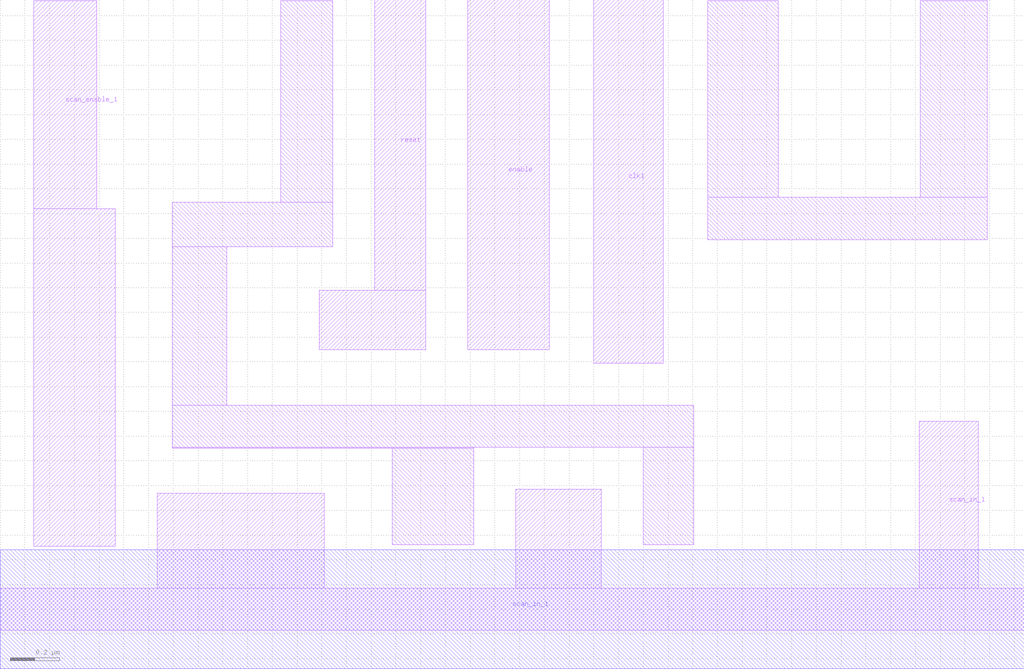
<source format=lef>
VERSION 5.7 ;
BUSBITCHARS "[]" ;
DIVIDERCHAR "/" ;

MACRO bank1
  CLASS CORE ;
  PIN inputs_32[0] DIRECTION INPUT ; END inputs_32[0]
  PIN inputs_32[1] DIRECTION INPUT ; END inputs_32[1]
  PIN inputs_32[2] DIRECTION INPUT ; END inputs_32[2]
  PIN inputs_32[3] DIRECTION INPUT ; END inputs_32[3]
  PIN inputs_32[4] DIRECTION INPUT ; END inputs_32[4]
  PIN inputs_32[5] DIRECTION INPUT ; END inputs_32[5]
  PIN inputs_32[6] DIRECTION INPUT ; END inputs_32[6]
  PIN inputs_32[7] DIRECTION INPUT ; END inputs_32[7]
  PIN inputs_32[8] DIRECTION INPUT ; END inputs_32[8]
  PIN inputs_32[9] DIRECTION INPUT ; END inputs_32[9]
  PIN inputs_32[10] DIRECTION INPUT ; END inputs_32[10]
  PIN inputs_32[11] DIRECTION INPUT ; END inputs_32[11]
  PIN inputs_32[12] DIRECTION INPUT ; END inputs_32[12]
  PIN inputs_32[13] DIRECTION INPUT ; END inputs_32[13]
  PIN inputs_32[14] DIRECTION INPUT ; END inputs_32[14]
  PIN inputs_32[15] DIRECTION INPUT ; END inputs_32[15]
  PIN inputs_32[16] DIRECTION INPUT ; END inputs_32[16]
  PIN inputs_32[17] DIRECTION INPUT ; END inputs_32[17]
  PIN inputs_32[18] DIRECTION INPUT ; END inputs_32[18]
  PIN inputs_32[19] DIRECTION INPUT ; END inputs_32[19]
  PIN inputs_32[20] DIRECTION INPUT ; END inputs_32[20]
  PIN inputs_32[21] DIRECTION INPUT ; END inputs_32[21]
  PIN inputs_32[22] DIRECTION INPUT ; END inputs_32[22]
  PIN inputs_32[23] DIRECTION INPUT ; END inputs_32[23]
  PIN inputs_32[24] DIRECTION INPUT ; END inputs_32[24]
  PIN inputs_32[25] DIRECTION INPUT ; END inputs_32[25]
  PIN inputs_32[26] DIRECTION INPUT ; END inputs_32[26]
  PIN inputs_32[27] DIRECTION INPUT ; END inputs_32[27]
  PIN inputs_32[28] DIRECTION INPUT ; END inputs_32[28]
  PIN inputs_32[29] DIRECTION INPUT ; END inputs_32[29]
  PIN inputs_32[30] DIRECTION INPUT ; END inputs_32[30]
  PIN inputs_32[31] DIRECTION INPUT ; END inputs_32[31]

  PIN outputs_32[0] DIRECTION INPUT ; END outputs_32[0]
  PIN outputs_32[1] DIRECTION INPUT ; END outputs_32[1]
  PIN outputs_32[2] DIRECTION INPUT ; END outputs_32[2]
  PIN outputs_32[3] DIRECTION INPUT ; END outputs_32[3]
  PIN outputs_32[4] DIRECTION INPUT ; END outputs_32[4]
  PIN outputs_32[5] DIRECTION INPUT ; END outputs_32[5]
  PIN outputs_32[6] DIRECTION INPUT ; END outputs_32[6]
  PIN outputs_32[7] DIRECTION INPUT ; END outputs_32[7]
  PIN outputs_32[8] DIRECTION INPUT ; END outputs_32[8]
  PIN outputs_32[9] DIRECTION INPUT ; END outputs_32[9]
  PIN outputs_32[10] DIRECTION INPUT ; END outputs_32[10]
  PIN outputs_32[11] DIRECTION INPUT ; END outputs_32[11]
  PIN outputs_32[12] DIRECTION INPUT ; END outputs_32[12]
  PIN outputs_32[13] DIRECTION INPUT ; END outputs_32[13]
  PIN outputs_32[14] DIRECTION INPUT ; END outputs_32[14]
  PIN outputs_32[15] DIRECTION INPUT ; END outputs_32[15]
  PIN outputs_32[16] DIRECTION INPUT ; END outputs_32[16]
  PIN outputs_32[17] DIRECTION INPUT ; END outputs_32[17]
  PIN outputs_32[18] DIRECTION INPUT ; END outputs_32[18]
  PIN outputs_32[19] DIRECTION INPUT ; END outputs_32[19]
  PIN outputs_32[20] DIRECTION INPUT ; END outputs_32[20]
  PIN outputs_32[21] DIRECTION INPUT ; END outputs_32[21]
  PIN outputs_32[22] DIRECTION INPUT ; END outputs_32[22]
  PIN outputs_32[23] DIRECTION INPUT ; END outputs_32[23]
  PIN outputs_32[24] DIRECTION INPUT ; END outputs_32[24]
  PIN outputs_32[25] DIRECTION INPUT ; END outputs_32[25]
  PIN outputs_32[26] DIRECTION INPUT ; END outputs_32[26]
  PIN outputs_32[27] DIRECTION INPUT ; END outputs_32[27]
  PIN outputs_32[28] DIRECTION INPUT ; END outputs_32[28]
  PIN outputs_32[29] DIRECTION INPUT ; END outputs_32[29]
  PIN outputs_32[30] DIRECTION INPUT ; END outputs_32[30]
  PIN outputs_32[31] DIRECTION INPUT ; END outputs_32[31]

  PIN clk1
    ANTENNAGATEAREA  0.247500 ;
    DIRECTION INPUT ;
    USE SIGNAL ;
    PORT
      LAYER li1 ;
        RECT 2.400000 0.995000 2.680000 2.465000 ;
    END
  END clk1
  PIN enable
    ANTENNAGATEAREA  0.247500 ;
    DIRECTION INPUT ;
    USE SIGNAL ;
    PORT
      LAYER li1 ;
        RECT 1.890000 1.050000 2.220000 2.465000 ;
    END
  END enable
  PIN reset
    ANTENNAGATEAREA  0.247500 ;
    DIRECTION INPUT ;
    USE SIGNAL ;
    PORT
      LAYER li1 ;
        RECT 1.290000 1.050000 1.720000 1.290000 ;
        RECT 1.515000 1.290000 1.720000 2.465000 ;
    END
  END reset
  PIN scan_enable_1
    ANTENNADIFFAREA  0.504500 ;
    DIRECTION INPUT ;
    USE SIGNAL ;
    PORT
      LAYER li1 ;
        RECT 0.135000 0.255000 0.465000 1.620000 ;
        RECT 0.135000 1.620000 0.390000 2.460000 ;
    END
  END scan_enable_1
  PIN scan_in_1
    DIRECTION INPUT ;
    SHAPE ABUTMENT ;
    USE GROUND ;
    PORT
      LAYER li1 ;
        RECT 0.000000 -0.085000 4.140000 0.085000 ;
        RECT 0.635000  0.085000 1.310000 0.470000 ;
        RECT 2.085000  0.085000 2.430000 0.485000 ;
        RECT 3.715000  0.085000 3.955000 0.760000 ;
    END
    PORT
      LAYER met1 ;
        RECT 0.000000 -0.240000 4.140000 0.240000 ;
    END
  END scan_in_1
  OBS
    LAYER li1 ;
      RECT 0.695000 0.650000 1.915000 0.655000 ;
      RECT 0.695000 0.655000 2.805000 0.825000 ;
      RECT 0.695000 0.825000 0.915000 1.465000 ;
      RECT 0.695000 1.465000 1.345000 1.645000 ;
      RECT 1.135000 1.645000 1.345000 2.460000 ;
      RECT 1.585000 0.260000 1.915000 0.650000 ;
      RECT 2.600000 0.260000 2.805000 0.655000 ;
      RECT 2.860000 1.495000 3.990000 1.665000 ;
      RECT 2.860000 1.665000 3.145000 2.460000 ;
      RECT 3.720000 1.665000 3.990000 2.460000 ;
  END
END bank1

MACRO bank2
  CLASS CORE ;
  PIN inputs_64[0] DIRECTION INPUT ; END inputs_64[0]
  PIN inputs_64[1] DIRECTION INPUT ; END inputs_64[1]
  PIN inputs_64[2] DIRECTION INPUT ; END inputs_64[2]
  PIN inputs_64[3] DIRECTION INPUT ; END inputs_64[3]
  PIN inputs_64[4] DIRECTION INPUT ; END inputs_64[4]
  PIN inputs_64[5] DIRECTION INPUT ; END inputs_64[5]
  PIN inputs_64[6] DIRECTION INPUT ; END inputs_64[6]
  PIN inputs_64[7] DIRECTION INPUT ; END inputs_64[7]
  PIN inputs_64[8] DIRECTION INPUT ; END inputs_64[8]
  PIN inputs_64[9] DIRECTION INPUT ; END inputs_64[9]
  PIN inputs_64[10] DIRECTION INPUT ; END inputs_64[10]
  PIN inputs_64[11] DIRECTION INPUT ; END inputs_64[11]
  PIN inputs_64[12] DIRECTION INPUT ; END inputs_64[12]
  PIN inputs_64[13] DIRECTION INPUT ; END inputs_64[13]
  PIN inputs_64[14] DIRECTION INPUT ; END inputs_64[14]
  PIN inputs_64[15] DIRECTION INPUT ; END inputs_64[15]
  PIN inputs_64[16] DIRECTION INPUT ; END inputs_64[16]
  PIN inputs_64[17] DIRECTION INPUT ; END inputs_64[17]
  PIN inputs_64[18] DIRECTION INPUT ; END inputs_64[18]
  PIN inputs_64[19] DIRECTION INPUT ; END inputs_64[19]
  PIN inputs_64[20] DIRECTION INPUT ; END inputs_64[20]
  PIN inputs_64[21] DIRECTION INPUT ; END inputs_64[21]
  PIN inputs_64[22] DIRECTION INPUT ; END inputs_64[22]
  PIN inputs_64[23] DIRECTION INPUT ; END inputs_64[23]
  PIN inputs_64[24] DIRECTION INPUT ; END inputs_64[24]
  PIN inputs_64[25] DIRECTION INPUT ; END inputs_64[25]
  PIN inputs_64[26] DIRECTION INPUT ; END inputs_64[26]
  PIN inputs_64[27] DIRECTION INPUT ; END inputs_64[27]
  PIN inputs_64[28] DIRECTION INPUT ; END inputs_64[28]
  PIN inputs_64[29] DIRECTION INPUT ; END inputs_64[29]
  PIN inputs_64[30] DIRECTION INPUT ; END inputs_64[30]
  PIN inputs_64[31] DIRECTION INPUT ; END inputs_64[31]
  PIN inputs_64[32] DIRECTION INPUT ; END inputs_64[32]
  PIN inputs_64[33] DIRECTION INPUT ; END inputs_64[33]
  PIN inputs_64[34] DIRECTION INPUT ; END inputs_64[34]
  PIN inputs_64[35] DIRECTION INPUT ; END inputs_64[35]
  PIN inputs_64[36] DIRECTION INPUT ; END inputs_64[36]
  PIN inputs_64[37] DIRECTION INPUT ; END inputs_64[37]
  PIN inputs_64[38] DIRECTION INPUT ; END inputs_64[38]
  PIN inputs_64[39] DIRECTION INPUT ; END inputs_64[39]
  PIN inputs_64[40] DIRECTION INPUT ; END inputs_64[40]
  PIN inputs_64[41] DIRECTION INPUT ; END inputs_64[41]
  PIN inputs_64[42] DIRECTION INPUT ; END inputs_64[42]
  PIN inputs_64[43] DIRECTION INPUT ; END inputs_64[43]
  PIN inputs_64[44] DIRECTION INPUT ; END inputs_64[44]
  PIN inputs_64[45] DIRECTION INPUT ; END inputs_64[45]
  PIN inputs_64[46] DIRECTION INPUT ; END inputs_64[46]
  PIN inputs_64[47] DIRECTION INPUT ; END inputs_64[47]
  PIN inputs_64[48] DIRECTION INPUT ; END inputs_64[48]
  PIN inputs_64[49] DIRECTION INPUT ; END inputs_64[49]
  PIN inputs_64[50] DIRECTION INPUT ; END inputs_64[50]
  PIN inputs_64[51] DIRECTION INPUT ; END inputs_64[51]
  PIN inputs_64[52] DIRECTION INPUT ; END inputs_64[52]
  PIN inputs_64[53] DIRECTION INPUT ; END inputs_64[53]
  PIN inputs_64[54] DIRECTION INPUT ; END inputs_64[54]
  PIN inputs_64[55] DIRECTION INPUT ; END inputs_64[55]
  PIN inputs_64[56] DIRECTION INPUT ; END inputs_64[56]
  PIN inputs_64[57] DIRECTION INPUT ; END inputs_64[57]
  PIN inputs_64[58] DIRECTION INPUT ; END inputs_64[58]
  PIN inputs_64[59] DIRECTION INPUT ; END inputs_64[59]
  PIN inputs_64[60] DIRECTION INPUT ; END inputs_64[60]
  PIN inputs_64[61] DIRECTION INPUT ; END inputs_64[61]
  PIN inputs_64[62] DIRECTION INPUT ; END inputs_64[62]
  PIN inputs_64[63] DIRECTION INPUT ; END inputs_64[63]

  PIN outputs_64[0] DIRECTION INPUT ; END outputs_64[0]
  PIN outputs_64[1] DIRECTION INPUT ; END outputs_64[1]
  PIN outputs_64[2] DIRECTION INPUT ; END outputs_64[2]
  PIN outputs_64[3] DIRECTION INPUT ; END outputs_64[3]
  PIN outputs_64[4] DIRECTION INPUT ; END outputs_64[4]
  PIN outputs_64[5] DIRECTION INPUT ; END outputs_64[5]
  PIN outputs_64[6] DIRECTION INPUT ; END outputs_64[6]
  PIN outputs_64[7] DIRECTION INPUT ; END outputs_64[7]
  PIN outputs_64[8] DIRECTION INPUT ; END outputs_64[8]
  PIN outputs_64[9] DIRECTION INPUT ; END outputs_64[9]
  PIN outputs_64[10] DIRECTION INPUT ; END outputs_64[10]
  PIN outputs_64[11] DIRECTION INPUT ; END outputs_64[11]
  PIN outputs_64[12] DIRECTION INPUT ; END outputs_64[12]
  PIN outputs_64[13] DIRECTION INPUT ; END outputs_64[13]
  PIN outputs_64[14] DIRECTION INPUT ; END outputs_64[14]
  PIN outputs_64[15] DIRECTION INPUT ; END outputs_64[15]
  PIN outputs_64[16] DIRECTION INPUT ; END outputs_64[16]
  PIN outputs_64[17] DIRECTION INPUT ; END outputs_64[17]
  PIN outputs_64[18] DIRECTION INPUT ; END outputs_64[18]
  PIN outputs_64[19] DIRECTION INPUT ; END outputs_64[19]
  PIN outputs_64[20] DIRECTION INPUT ; END outputs_64[20]
  PIN outputs_64[21] DIRECTION INPUT ; END outputs_64[21]
  PIN outputs_64[22] DIRECTION INPUT ; END outputs_64[22]
  PIN outputs_64[23] DIRECTION INPUT ; END outputs_64[23]
  PIN outputs_64[24] DIRECTION INPUT ; END outputs_64[24]
  PIN outputs_64[25] DIRECTION INPUT ; END outputs_64[25]
  PIN outputs_64[26] DIRECTION INPUT ; END outputs_64[26]
  PIN outputs_64[27] DIRECTION INPUT ; END outputs_64[27]
  PIN outputs_64[28] DIRECTION INPUT ; END outputs_64[28]
  PIN outputs_64[29] DIRECTION INPUT ; END outputs_64[29]
  PIN outputs_64[30] DIRECTION INPUT ; END outputs_64[30]
  PIN outputs_64[31] DIRECTION INPUT ; END outputs_64[31]
  PIN outputs_64[32] DIRECTION INPUT ; END outputs_64[32]
  PIN outputs_64[33] DIRECTION INPUT ; END outputs_64[33]
  PIN outputs_64[34] DIRECTION INPUT ; END outputs_64[34]
  PIN outputs_64[35] DIRECTION INPUT ; END outputs_64[35]
  PIN outputs_64[36] DIRECTION INPUT ; END outputs_64[36]
  PIN outputs_64[37] DIRECTION INPUT ; END outputs_64[37]
  PIN outputs_64[38] DIRECTION INPUT ; END outputs_64[38]
  PIN outputs_64[39] DIRECTION INPUT ; END outputs_64[39]
  PIN outputs_64[40] DIRECTION INPUT ; END outputs_64[40]
  PIN outputs_64[41] DIRECTION INPUT ; END outputs_64[41]
  PIN outputs_64[42] DIRECTION INPUT ; END outputs_64[42]
  PIN outputs_64[43] DIRECTION INPUT ; END outputs_64[43]
  PIN outputs_64[44] DIRECTION INPUT ; END outputs_64[44]
  PIN outputs_64[45] DIRECTION INPUT ; END outputs_64[45]
  PIN outputs_64[46] DIRECTION INPUT ; END outputs_64[46]
  PIN outputs_64[47] DIRECTION INPUT ; END outputs_64[47]
  PIN outputs_64[48] DIRECTION INPUT ; END outputs_64[48]
  PIN outputs_64[49] DIRECTION INPUT ; END outputs_64[49]
  PIN outputs_64[50] DIRECTION INPUT ; END outputs_64[50]
  PIN outputs_64[51] DIRECTION INPUT ; END outputs_64[51]
  PIN outputs_64[52] DIRECTION INPUT ; END outputs_64[52]
  PIN outputs_64[53] DIRECTION INPUT ; END outputs_64[53]
  PIN outputs_64[54] DIRECTION INPUT ; END outputs_64[54]
  PIN outputs_64[55] DIRECTION INPUT ; END outputs_64[55]
  PIN outputs_64[56] DIRECTION INPUT ; END outputs_64[56]
  PIN outputs_64[57] DIRECTION INPUT ; END outputs_64[57]
  PIN outputs_64[58] DIRECTION INPUT ; END outputs_64[58]
  PIN outputs_64[59] DIRECTION INPUT ; END outputs_64[59]
  PIN outputs_64[60] DIRECTION INPUT ; END outputs_64[60]
  PIN outputs_64[61] DIRECTION INPUT ; END outputs_64[61]
  PIN outputs_64[62] DIRECTION INPUT ; END outputs_64[62]
  PIN outputs_64[63] DIRECTION INPUT ; END outputs_64[63]

  PIN clk2
    ANTENNAGATEAREA  0.247500 ;
    DIRECTION INPUT ;
    USE SIGNAL ;
    PORT
      LAYER li1 ;
        RECT 2.400000 0.995000 2.680000 2.465000 ;
    END
  END clk2
  PIN enable
    ANTENNAGATEAREA  0.247500 ;
    DIRECTION INPUT ;
    USE SIGNAL ;
    PORT
      LAYER li1 ;
        RECT 1.890000 1.050000 2.220000 2.465000 ;
    END
  END enable
  PIN reset
    ANTENNAGATEAREA  0.247500 ;
    DIRECTION INPUT ;
    USE SIGNAL ;
    PORT
      LAYER li1 ;
        RECT 1.290000 1.050000 1.720000 1.290000 ;
        RECT 1.515000 1.290000 1.720000 2.465000 ;
    END
  END reset
  PIN scan_enable_1
    ANTENNADIFFAREA  0.504500 ;
    DIRECTION INPUT ;
    USE SIGNAL ;
    PORT
      LAYER li1 ;
        RECT 0.135000 0.255000 0.465000 1.620000 ;
        RECT 0.135000 1.620000 0.390000 2.460000 ;
    END
  END scan_enable_1
  PIN scan_in_2
    DIRECTION INPUT ;
    SHAPE ABUTMENT ;
    USE GROUND ;
    PORT
      LAYER li1 ;
        RECT 0.000000 -0.085000 4.140000 0.085000 ;
        RECT 0.635000  0.085000 1.310000 0.470000 ;
        RECT 2.085000  0.085000 2.430000 0.485000 ;
        RECT 3.715000  0.085000 3.955000 0.760000 ;
    END
    PORT
      LAYER met1 ;
        RECT 0.000000 -0.240000 4.140000 0.240000 ;
    END
  END scan_in_2
  OBS
    LAYER li1 ;
      RECT 0.695000 0.650000 1.915000 0.655000 ;
      RECT 0.695000 0.655000 2.805000 0.825000 ;
      RECT 0.695000 0.825000 0.915000 1.465000 ;
      RECT 0.695000 1.465000 1.345000 1.645000 ;
      RECT 1.135000 1.645000 1.345000 2.460000 ;
      RECT 1.585000 0.260000 1.915000 0.650000 ;
      RECT 2.600000 0.260000 2.805000 0.655000 ;
      RECT 2.860000 1.495000 3.990000 1.665000 ;
      RECT 2.860000 1.665000 3.145000 2.460000 ;
      RECT 3.720000 1.665000 3.990000 2.460000 ;
  END
END bank2

</source>
